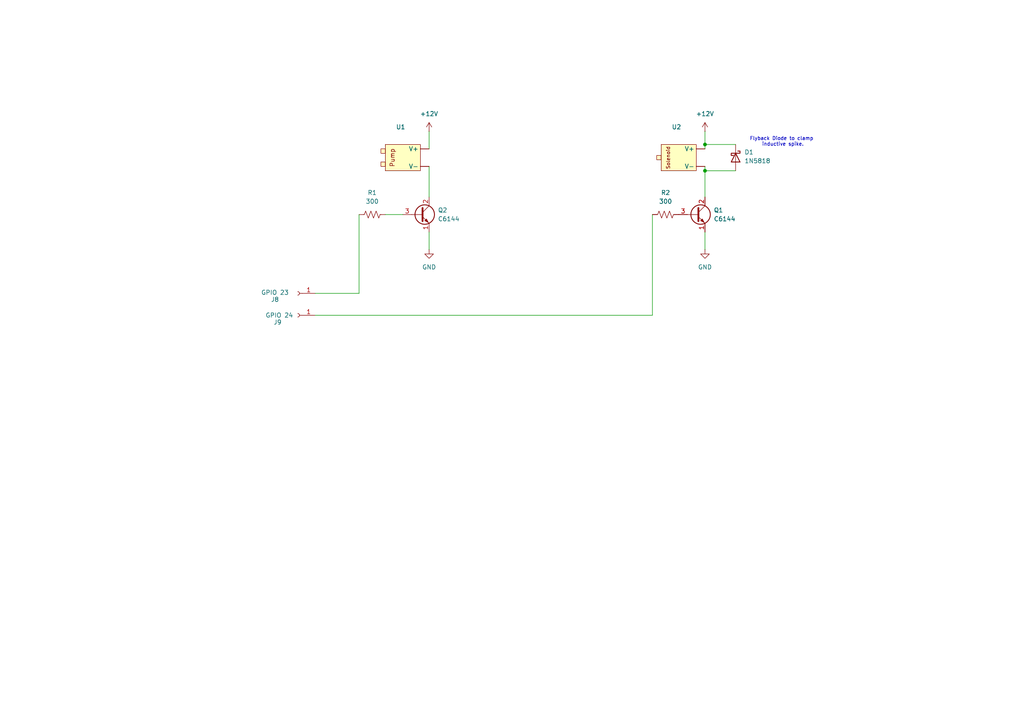
<source format=kicad_sch>
(kicad_sch (version 20250114) (generator "eeschema") (generator_version "9.0")
  (paper "A4")
  (title_block (title "Water Gun") (rev ".31"))
  (lib_symbols
    (symbol "Connector:Conn_01x01_Socket" (pin_names (offset 1.016) (hide yes))
      (property "Reference" "J" (at 0 2.54 0))
      (property "Value" "Conn_01x01_Socket" (at 0 -2.54 0))
      (symbol "Conn_01x01_Socket_1_1"
        (polyline (pts (xy -1.27 0) (xy -0.508 0)) (stroke (width 0.1524)))
        (arc (start 0 -0.508) (mid -0.5058 0) (end 0 0.508) (stroke (width 0.1524)))
        (pin passive line (at -5.08 0 0) (length 3.81) (name "Pin_1") (number "1"))
      )
    )
    (symbol "Device:R_US" (pin_numbers (hide yes)) (pin_names (offset 0))
      (property "Reference" "R" (at 2.54 0 90))
      (property "Value" "R_US" (at -2.54 0 90))
      (symbol "R_US_0_1"
        (polyline (pts (xy 0 2.286) (xy 0 2.54)))
        (polyline (pts (xy 0 2.286) (xy 1.016 1.905) (xy 0 1.524) (xy -1.016 1.143) (xy 0 0.762)))
        (polyline (pts (xy 0 0.762) (xy 1.016 0.381) (xy 0 0) (xy -1.016 -0.381) (xy 0 -0.762)))
        (polyline (pts (xy 0 -0.762) (xy 1.016 -1.143) (xy 0 -1.524) (xy -1.016 -1.905) (xy 0 -2.286)))
        (polyline (pts (xy 0 -2.286) (xy 0 -2.54)))
      )
      (symbol "R_US_1_1"
        (pin passive line (at 0 3.81 270) (length 1.27) (name "~") (number "1"))
        (pin passive line (at 0 -3.81 90) (length 1.27) (name "~") (number "2"))
      )
    )
    (symbol "Diode:1N5818" (pin_numbers (hide yes)) (pin_names (offset 1.016) (hide yes))
      (property "Reference" "D" (at 0 2.54 0))
      (property "Value" "1N5818" (at 0 -2.54 0))
      (symbol "1N5818_0_1"
        (polyline (pts (xy -1.905 0.635) (xy -1.905 1.27) (xy -1.27 1.27) (xy -1.27 -1.27) (xy -0.635 -1.27) (xy -0.635 -0.635)) (stroke (width 0.254)))
        (polyline (pts (xy 1.27 1.27) (xy 1.27 -1.27) (xy -1.27 0) (xy 1.27 1.27)) (stroke (width 0.254)))
        (polyline (pts (xy 1.27 0) (xy -1.27 0)))
      )
      (symbol "1N5818_1_1"
        (pin passive line (at -3.81 0 0) (length 2.54) (name "K") (number "1"))
        (pin passive line (at 3.81 0 180) (length 2.54) (name "A") (number "2"))
      )
    )
    (symbol "Transistor_BJT:BF457" (pin_names (offset 0) (hide yes))
      (property "Reference" "Q" (at 5.08 1.905 0))
      (property "Value" "BF457" (at 5.08 0 0))
      (symbol "BF457_0_1"
        (polyline (pts (xy -2.54 0) (xy 0.635 0)))
        (polyline (pts (xy 0.635 1.905) (xy 0.635 -1.905)) (stroke (width 0.508)))
        (circle (center 1.27 0) (radius 2.8194) (stroke (width 0.254)))
      )
      (symbol "BF457_1_1"
        (polyline (pts (xy 0.635 0.635) (xy 2.54 2.54)))
        (polyline (pts (xy 0.635 -0.635) (xy 2.54 -2.54)))
        (polyline (pts (xy 1.27 -1.778) (xy 1.778 -1.27) (xy 2.286 -2.286) (xy 1.27 -1.778)) (fill (type outline)))
        (pin input line (at -5.08 0 0) (length 2.54) (name "B") (number "3"))
        (pin passive line (at 2.54 5.08 270) (length 2.54) (name "C") (number "2"))
        (pin passive line (at 2.54 -5.08 90) (length 2.54) (name "E") (number "1"))
      )
    )
    (symbol "Water Gun:Pump"
      (property "Reference" "U" (at 0 0 0))
      (symbol "Pump_1_1"
        (rectangle (start -3.81 2.54) (end 3.81 -7.62) (fill (type color) (color 255 255 194 1)))
        (rectangle (start -2.54 -7.62) (end -1.27 -8.89) (fill (type color) (color 255 255 194 1)))
        (rectangle (start 1.27 -7.62) (end 2.54 -8.89) (fill (type color) (color 255 255 194 1)))
        (text "Pump" (at 0 -5.588 0) (effects (font (size 1.27 1.27))))
        (pin power_in line (at -2.54 5.08 270) (length 2.54) (name "V+") (number ""))
        (pin power_in line (at 2.54 5.08 270) (length 2.54) (name "V-") (number ""))
      )
    )
    (symbol "Water Gun:Solenoid"
      (property "Reference" "U" (at 0 0 0))
      (symbol "Solenoid_1_1"
        (rectangle (start -3.81 2.54) (end 3.81 -7.62) (fill (type color) (color 255 255 194 1)))
        (rectangle (start -0.635 -7.62) (end 0.635 -8.89) (fill (type color) (color 255 255 194 1)))
        (text "Solenoid" (at 0 -5.588 0) (effects (font (size 1.016 1.016))))
        (pin power_in line (at -2.54 5.08 270) (length 2.54) (name "V+") (number ""))
        (pin power_in line (at 2.54 5.08 270) (length 2.54) (name "V-") (number ""))
      )
    )
    (symbol "power:+12V" (power) (pin_numbers (hide yes)) (pin_names (offset 0) (hide yes))
      (property "Value" "+12V" (at 0 3.556 0))
      (symbol "+12V_0_1"
        (polyline (pts (xy -0.762 1.27) (xy 0 2.54)))
        (polyline (pts (xy 0 2.54) (xy 0.762 1.27)))
        (polyline (pts (xy 0 0) (xy 0 2.54)))
      )
      (symbol "+12V_1_1"
        (pin power_in line (at 0 0 90) (length 0) (name "~") (number "1"))
      )
    )
    (symbol "power:GND" (power) (pin_numbers (hide yes)) (pin_names (offset 0) (hide yes))
      (property "Value" "GND" (at 0 -3.81 0))
      (symbol "GND_0_1"
        (polyline (pts (xy 0 0) (xy 0 -1.27) (xy 1.27 -1.27) (xy 0 -2.54) (xy -1.27 -1.27) (xy 0 -1.27)))
      )
      (symbol "GND_1_1"
        (pin power_in line (at 0 0 270) (length 0) (name "~") (number "1"))
      )
    )
  )
  (text "Flyback Diode to clamp \ninductive spike." (at 227.076 41.148 0) (effects (font (size 1.016 1.016))))
  (junction (at 204.47 49.53))
  (junction (at 204.47 41.91))
  (wire (pts (xy 204.47 48.26) (xy 204.47 49.53)))
  (wire (pts (xy 111.76 62.23) (xy 116.84 62.23)))
  (wire (pts (xy 204.47 41.91) (xy 213.36 41.91)))
  (wire (pts (xy 124.46 38.1) (xy 124.46 43.18)))
  (wire (pts (xy 124.46 67.31) (xy 124.46 72.39)))
  (wire (pts (xy 204.47 49.53) (xy 213.36 49.53)))
  (wire (pts (xy 204.47 49.53) (xy 204.47 57.15)))
  (wire (pts (xy 104.14 85.09) (xy 91.44 85.09)))
  (wire (pts (xy 204.47 67.31) (xy 204.47 72.39)))
  (wire (pts (xy 104.14 62.23) (xy 104.14 85.09)))
  (wire (pts (xy 189.23 62.23) (xy 189.23 91.44)))
  (wire (pts (xy 204.47 41.91) (xy 204.47 43.18)))
  (wire (pts (xy 189.23 91.44) (xy 91.44 91.44)))
  (wire (pts (xy 204.47 38.1) (xy 204.47 41.91)))
  (wire (pts (xy 124.46 48.26) (xy 124.46 57.15)))
  (symbol (lib_id "Device:R_US") (at 193.04 62.23 90) (unit 1)
    (property "Reference" "R2" (at 193.04 55.88 90))
    (property "Value" "300" (at 193.04 58.42 90))
    (property "Footprint" "Resistor_SMD:R_0201_0603Metric" (effects (hide yes)))
    (property "Description" "Resistor, US symbol" (effects (hide yes)))
  )
  (symbol (lib_id "Transistor_BJT:BF457") (at 121.92 62.23 0) (unit 1)
    (property "Reference" "Q2" (at 127 60.9599 0) (effects (justify left)))
    (property "Value" "C6144" (at 127 63.4999 0) (effects (justify left)))
    (property "Footprint" "Package_TO_SOT_THT:TO-126-3_Vertical" (effects (hide yes)))
    (property "Datasheet" "https://www.digikey.com/en/products/detail/onsemi/2SC6144/2797043" (effects (hide yes)))
    (property "Description" "0.1A Ic, 160V Vce, High Voltage NPN Transistor, TO-126" (effects (hide yes)))
  )
  (symbol (lib_id "power:GND") (at 124.46 72.39 0) (unit 1)
    (property "Reference" "#PWR02" (effects (hide yes)))
    (property "Value" "GND" (at 124.46 77.47 0))
    (property "Description" "Power symbol creates a global label with name \"GND\" , ground" (effects (hide yes)))
  )
  (symbol (lib_id "Connector:Conn_01x01_Socket") (at 86.36 91.44 180) (unit 1)
    (property "Reference" "J9" (at 80.518 93.472 0))
    (property "Value" "GPIO 24" (at 81.026 91.44 0))
    (property "Footprint" "Connector_PinHeader_1.00mm:PinHeader_1x01_P1.00mm_Vertical" (effects (hide yes)))
    (property "Description" "Generic connector, single row, 01x01, script generated" (effects (hide yes)))
  )
  (symbol (lib_id "Water Gun:Pump") (at 119.38 45.72 270) (unit 1)
    (property "Reference" "U1" (at 116.205 36.83 90))
    (property "Footprint" "Connector_PinHeader_1.00mm:PinHeader_1x02_P1.00mm_Vertical" (effects (hide yes)))
  )
  (symbol (lib_id "Water Gun:Solenoid") (at 199.39 45.72 270) (unit 1)
    (property "Reference" "U2" (at 196.215 36.83 90))
    (property "Footprint" "Connector_PinHeader_1.00mm:PinHeader_1x02_P1.00mm_Vertical" (effects (hide yes)))
  )
  (symbol (lib_id "power:+12V") (at 204.47 38.1 0) (unit 1)
    (property "Reference" "#PWR03" (effects (hide yes)))
    (property "Value" "+12V" (at 204.47 33.02 0))
    (property "Description" "Power symbol creates a global label with name \"+12V\"" (effects (hide yes)))
  )
  (symbol (lib_id "Connector:Conn_01x01_Socket") (at 86.36 85.09 180) (unit 1)
    (property "Reference" "J8" (at 79.756 86.868 0))
    (property "Value" "GPIO 23" (at 79.756 84.836 0))
    (property "Footprint" "Connector_PinHeader_1.00mm:PinHeader_1x01_P1.00mm_Vertical" (effects (hide yes)))
    (property "Description" "Generic connector, single row, 01x01, script generated" (effects (hide yes)))
  )
  (symbol (lib_id "power:+12V") (at 124.46 38.1 0) (unit 1)
    (property "Reference" "#PWR01" (effects (hide yes)))
    (property "Value" "+12V" (at 124.46 33.02 0))
    (property "Description" "Power symbol creates a global label with name \"+12V\"" (effects (hide yes)))
  )
  (symbol (lib_id "power:GND") (at 204.47 72.39 0) (unit 1)
    (property "Reference" "#PWR04" (effects (hide yes)))
    (property "Value" "GND" (at 204.47 77.47 0))
    (property "Description" "Power symbol creates a global label with name \"GND\" , ground" (effects (hide yes)))
  )
  (symbol (lib_id "Diode:1N5818") (at 213.36 45.72 270) (unit 1)
    (property "Reference" "D1" (at 215.9 44.1324 90) (effects (justify left)))
    (property "Value" "1N5818" (at 215.9 46.6724 90) (effects (justify left)))
    (property "Footprint" "Diode_THT:D_DO-41_SOD81_P10.16mm_Horizontal" (effects (hide yes)))
    (property "Datasheet" "http://www.vishay.com/docs/88525/1n5817.pdf" (effects (hide yes)))
    (property "Description" "30V 1A Schottky Barrier Rectifier Diode, DO-41" (effects (hide yes)))
  )
  (symbol (lib_id "Transistor_BJT:BF457") (at 201.93 62.23 0) (unit 1)
    (property "Reference" "Q1" (at 207.01 60.9599 0) (effects (justify left)))
    (property "Value" "C6144" (at 207.01 63.4999 0) (effects (justify left)))
    (property "Footprint" "Package_TO_SOT_THT:TO-126-3_Vertical" (effects (hide yes)))
    (property "Datasheet" "https://www.digikey.com/en/products/detail/onsemi/2SC6144/2797043" (effects (hide yes)))
    (property "Description" "0.1A Ic, 160V Vce, High Voltage NPN Transistor, TO-126" (effects (hide yes)))
  )
  (symbol (lib_id "Device:R_US") (at 107.95 62.23 90) (unit 1)
    (property "Reference" "R1" (at 107.95 55.88 90))
    (property "Value" "300" (at 107.95 58.42 90))
    (property "Footprint" "Resistor_SMD:R_0201_0603Metric" (effects (hide yes)))
    (property "Description" "Resistor, US symbol" (effects (hide yes)))
  )
)
</source>
